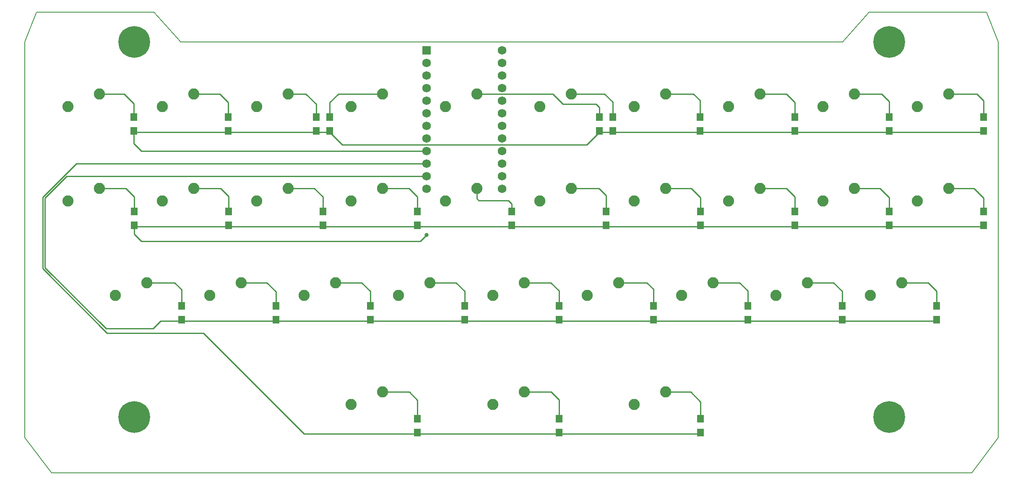
<source format=gbr>
G04 #@! TF.GenerationSoftware,KiCad,Pcbnew,(5.1.9)-1*
G04 #@! TF.CreationDate,2021-09-28T02:04:04-07:00*
G04 #@! TF.ProjectId,keyboard,6b657962-6f61-4726-942e-6b696361645f,rev?*
G04 #@! TF.SameCoordinates,Original*
G04 #@! TF.FileFunction,Copper,L2,Bot*
G04 #@! TF.FilePolarity,Positive*
%FSLAX46Y46*%
G04 Gerber Fmt 4.6, Leading zero omitted, Abs format (unit mm)*
G04 Created by KiCad (PCBNEW (5.1.9)-1) date 2021-09-28 02:04:04*
%MOMM*%
%LPD*%
G01*
G04 APERTURE LIST*
G04 #@! TA.AperFunction,Profile*
%ADD10C,0.200000*%
G04 #@! TD*
G04 #@! TA.AperFunction,SMDPad,CuDef*
%ADD11R,1.397000X1.600000*%
G04 #@! TD*
G04 #@! TA.AperFunction,ComponentPad*
%ADD12C,2.250000*%
G04 #@! TD*
G04 #@! TA.AperFunction,ComponentPad*
%ADD13R,1.752600X1.752600*%
G04 #@! TD*
G04 #@! TA.AperFunction,ComponentPad*
%ADD14C,1.752600*%
G04 #@! TD*
G04 #@! TA.AperFunction,ConnectorPad*
%ADD15C,6.400000*%
G04 #@! TD*
G04 #@! TA.AperFunction,ComponentPad*
%ADD16C,3.600000*%
G04 #@! TD*
G04 #@! TA.AperFunction,ViaPad*
%ADD17C,0.800000*%
G04 #@! TD*
G04 #@! TA.AperFunction,Conductor*
%ADD18C,0.250000*%
G04 #@! TD*
G04 APERTURE END LIST*
D10*
X47481250Y-13000000D02*
X181118750Y-13000000D01*
X186500000Y-7000000D02*
X181118750Y-13000000D01*
X186500000Y-7000000D02*
X210168750Y-7000000D01*
X212550000Y-13000000D02*
X210168750Y-7000000D01*
X42100000Y-7000000D02*
X47481250Y-13000000D01*
X16050000Y-13000000D02*
X18431250Y-7000000D01*
X207168750Y-100000000D02*
X212550000Y-92868750D01*
X16050000Y-92868750D02*
X21431250Y-100000000D01*
X18431250Y-7000000D02*
X42100000Y-7000000D01*
X212550000Y-13000000D02*
X212550000Y-92868750D01*
X207168750Y-100000000D02*
X21431250Y-100000000D01*
X16050000Y-92868750D02*
X16050000Y-13000000D01*
D11*
X132003800Y-28165600D03*
X132003800Y-30965600D03*
X74828400Y-28165600D03*
X74828400Y-30965600D03*
X38025000Y-28175000D03*
X38025000Y-30975000D03*
X57075000Y-28175000D03*
X57075000Y-30975000D03*
X77597000Y-28165600D03*
X77597000Y-30965600D03*
X134721600Y-28165600D03*
X134721600Y-30965600D03*
X152325000Y-28175000D03*
X152325000Y-30975000D03*
X171476600Y-28175000D03*
X171476600Y-30975000D03*
X190526600Y-28175000D03*
X190526600Y-30975000D03*
X209576600Y-28175000D03*
X209576600Y-30975000D03*
X38126600Y-47225000D03*
X38126600Y-50025000D03*
X57176600Y-47225000D03*
X57176600Y-50025000D03*
X76226600Y-47225000D03*
X76226600Y-50025000D03*
X95276600Y-47225000D03*
X95276600Y-50025000D03*
X114326600Y-47225000D03*
X114326600Y-50025000D03*
X133376600Y-47225000D03*
X133376600Y-50025000D03*
X152426600Y-47225000D03*
X152426600Y-50025000D03*
X171476600Y-47225000D03*
X171476600Y-50025000D03*
X190526600Y-47225000D03*
X190526600Y-50025000D03*
X209576600Y-47225000D03*
X209576600Y-50025000D03*
X47651600Y-66275000D03*
X47651600Y-69075000D03*
X66701600Y-66275000D03*
X66701600Y-69075000D03*
X85751600Y-66275000D03*
X85751600Y-69075000D03*
X104801600Y-66275000D03*
X104801600Y-69075000D03*
X123851600Y-66275000D03*
X123851600Y-69075000D03*
X142901600Y-66275000D03*
X142901600Y-69075000D03*
X161951600Y-66275000D03*
X161951600Y-69075000D03*
X181001600Y-66275000D03*
X181001600Y-69075000D03*
X200051600Y-66275000D03*
X200051600Y-69075000D03*
X95302000Y-89058800D03*
X95302000Y-91858800D03*
X123877000Y-89058800D03*
X123877000Y-91858800D03*
X152452000Y-89058800D03*
X152452000Y-91858800D03*
D12*
X88265000Y-83645000D03*
X81915000Y-86185000D03*
X145415000Y-83645000D03*
X139065000Y-86185000D03*
X110490000Y-86185000D03*
X116840000Y-83645000D03*
X31115000Y-23495000D03*
X24765000Y-26035000D03*
X50165000Y-23495000D03*
X43815000Y-26035000D03*
X69215000Y-23495000D03*
X62865000Y-26035000D03*
X88265000Y-23495000D03*
X81915000Y-26035000D03*
X107315000Y-23495000D03*
X100965000Y-26035000D03*
X126365000Y-23495000D03*
X120015000Y-26035000D03*
X145415000Y-23495000D03*
X139065000Y-26035000D03*
X164465000Y-23495000D03*
X158115000Y-26035000D03*
X183515000Y-23495000D03*
X177165000Y-26035000D03*
X202565000Y-23495000D03*
X196215000Y-26035000D03*
X31115000Y-42545000D03*
X24765000Y-45085000D03*
X50165000Y-42545000D03*
X43815000Y-45085000D03*
X69215000Y-42545000D03*
X62865000Y-45085000D03*
X88265000Y-42545000D03*
X81915000Y-45085000D03*
X107315000Y-42545000D03*
X100965000Y-45085000D03*
X126365000Y-42545000D03*
X120015000Y-45085000D03*
X145415000Y-42545000D03*
X139065000Y-45085000D03*
X164465000Y-42545000D03*
X158115000Y-45085000D03*
X183515000Y-42545000D03*
X177165000Y-45085000D03*
X202565000Y-42545000D03*
X196215000Y-45085000D03*
X40640000Y-61595000D03*
X34290000Y-64135000D03*
X59690000Y-61595000D03*
X53340000Y-64135000D03*
X78740000Y-61595000D03*
X72390000Y-64135000D03*
X97790000Y-61595000D03*
X91440000Y-64135000D03*
X116840000Y-61595000D03*
X110490000Y-64135000D03*
X135890000Y-61595000D03*
X129540000Y-64135000D03*
X154940000Y-61595000D03*
X148590000Y-64135000D03*
X173990000Y-61595000D03*
X167640000Y-64135000D03*
X193040000Y-61595000D03*
X186690000Y-64135000D03*
D13*
X97129600Y-14706600D03*
D14*
X97129600Y-17246600D03*
X97129600Y-19786600D03*
X97129600Y-22326600D03*
X97129600Y-24866600D03*
X97129600Y-27406600D03*
X97129600Y-29946600D03*
X97129600Y-32486600D03*
X97129600Y-35026600D03*
X97129600Y-37566600D03*
X97129600Y-40106600D03*
X112369600Y-42646600D03*
X112369600Y-40106600D03*
X112369600Y-37566600D03*
X112369600Y-35026600D03*
X112369600Y-32486600D03*
X112369600Y-29946600D03*
X112369600Y-27406600D03*
X112369600Y-24866600D03*
X112369600Y-22326600D03*
X112369600Y-19786600D03*
X112369600Y-17246600D03*
X97129600Y-42646600D03*
X112369600Y-14706600D03*
D15*
X190500000Y-88725000D03*
D16*
X190500000Y-88725000D03*
D15*
X38100000Y-88725000D03*
D16*
X38100000Y-88725000D03*
D15*
X190500000Y-13000000D03*
D16*
X190500000Y-13000000D03*
D15*
X38100000Y-13000000D03*
D16*
X38100000Y-13000000D03*
D17*
X97129600Y-51968400D03*
D18*
X209576600Y-31225000D02*
X190526600Y-31225000D01*
X190526600Y-31225000D02*
X171476600Y-31225000D01*
X171476600Y-31225000D02*
X152325000Y-31225000D01*
X134731000Y-31225000D02*
X134721600Y-31215600D01*
X152325000Y-31225000D02*
X134731000Y-31225000D01*
X134721600Y-31215600D02*
X132003800Y-31215600D01*
X77597000Y-31215600D02*
X74828400Y-31215600D01*
X57084400Y-31215600D02*
X57075000Y-31225000D01*
X74828400Y-31215600D02*
X57084400Y-31215600D01*
X57075000Y-31225000D02*
X38025000Y-31225000D01*
X80112600Y-33731200D02*
X77597000Y-31215600D01*
X129488200Y-33731200D02*
X80112600Y-33731200D01*
X132003800Y-31215600D02*
X129488200Y-33731200D01*
X38025000Y-31225000D02*
X38025000Y-33503800D01*
X39547800Y-35026600D02*
X97129600Y-35026600D01*
X38025000Y-33503800D02*
X39547800Y-35026600D01*
X209576600Y-50275000D02*
X190526600Y-50275000D01*
X190526600Y-50275000D02*
X171476600Y-50275000D01*
X171476600Y-50275000D02*
X152426600Y-50275000D01*
X152426600Y-50275000D02*
X133376600Y-50275000D01*
X133376600Y-50275000D02*
X114326600Y-50275000D01*
X114326600Y-50275000D02*
X95276600Y-50275000D01*
X95276600Y-50275000D02*
X76226600Y-50275000D01*
X76226600Y-50275000D02*
X57176600Y-50275000D01*
X57176600Y-50275000D02*
X38126600Y-50275000D01*
X38126600Y-50275000D02*
X38126600Y-51791800D01*
X38126600Y-51791800D02*
X39573200Y-53238400D01*
X39573200Y-53238400D02*
X95859600Y-53238400D01*
X95859600Y-53238400D02*
X97129600Y-51968400D01*
X97129600Y-51968400D02*
X97129600Y-51968400D01*
X200051600Y-69325000D02*
X181001600Y-69325000D01*
X181001600Y-69325000D02*
X161951600Y-69325000D01*
X161951600Y-69325000D02*
X142901600Y-69325000D01*
X142901600Y-69325000D02*
X123851600Y-69325000D01*
X123851600Y-69325000D02*
X104801600Y-69325000D01*
X104801600Y-69325000D02*
X85751600Y-69325000D01*
X85751600Y-69325000D02*
X66701600Y-69325000D01*
X66701600Y-69325000D02*
X47651600Y-69325000D01*
X47651600Y-69325000D02*
X43476400Y-69325000D01*
X43476400Y-69325000D02*
X41935400Y-70866000D01*
X41935400Y-70866000D02*
X32410400Y-70866000D01*
X32410400Y-70866000D02*
X20116800Y-58572400D01*
X20116800Y-58572400D02*
X20116800Y-44500800D01*
X24511000Y-40106600D02*
X97129600Y-40106600D01*
X20116800Y-44500800D02*
X24511000Y-40106600D01*
X152452000Y-92108800D02*
X123877000Y-92108800D01*
X123877000Y-92108800D02*
X95302000Y-92108800D01*
X95302000Y-92108800D02*
X72423800Y-92108800D01*
X72423800Y-92108800D02*
X52070000Y-71755000D01*
X26414590Y-37566600D02*
X97129600Y-37566600D01*
X19666791Y-44314399D02*
X26414590Y-37566600D01*
X19666790Y-58758800D02*
X19666791Y-44314399D01*
X32662990Y-71755000D02*
X19666790Y-58758800D01*
X52070000Y-71755000D02*
X32662990Y-71755000D01*
X38025000Y-27925000D02*
X38025000Y-25452000D01*
X36068000Y-23495000D02*
X31115000Y-23495000D01*
X38025000Y-25452000D02*
X36068000Y-23495000D01*
X57075000Y-27925000D02*
X57075000Y-25172600D01*
X55397400Y-23495000D02*
X50165000Y-23495000D01*
X57075000Y-25172600D02*
X55397400Y-23495000D01*
X74828400Y-27915600D02*
X74828400Y-25577800D01*
X72745600Y-23495000D02*
X69215000Y-23495000D01*
X74828400Y-25577800D02*
X72745600Y-23495000D01*
X77597000Y-27915600D02*
X77597000Y-25222200D01*
X79324200Y-23495000D02*
X88265000Y-23495000D01*
X77597000Y-25222200D02*
X79324200Y-23495000D01*
X107347901Y-23527901D02*
X122587901Y-23527901D01*
X107315000Y-23495000D02*
X107347901Y-23527901D01*
X122587901Y-23527901D02*
X124637800Y-25577800D01*
X124637800Y-25577800D02*
X131368800Y-25577800D01*
X132003800Y-26212800D02*
X132003800Y-27915600D01*
X131368800Y-25577800D02*
X132003800Y-26212800D01*
X134721600Y-27915600D02*
X134721600Y-25146000D01*
X133070600Y-23495000D02*
X126365000Y-23495000D01*
X134721600Y-25146000D02*
X133070600Y-23495000D01*
X152325000Y-27925000D02*
X152325000Y-24817000D01*
X151003000Y-23495000D02*
X145415000Y-23495000D01*
X152325000Y-24817000D02*
X151003000Y-23495000D01*
X171476600Y-27925000D02*
X171476600Y-25172600D01*
X169799000Y-23495000D02*
X164465000Y-23495000D01*
X171476600Y-25172600D02*
X169799000Y-23495000D01*
X190526600Y-27925000D02*
X190526600Y-25045600D01*
X188976000Y-23495000D02*
X183515000Y-23495000D01*
X190526600Y-25045600D02*
X188976000Y-23495000D01*
X209576600Y-27925000D02*
X209576600Y-24893200D01*
X208178400Y-23495000D02*
X202565000Y-23495000D01*
X209576600Y-24893200D02*
X208178400Y-23495000D01*
X38126600Y-46975000D02*
X38126600Y-44273400D01*
X36398200Y-42545000D02*
X31115000Y-42545000D01*
X38126600Y-44273400D02*
X36398200Y-42545000D01*
X57176600Y-46975000D02*
X57176600Y-44171800D01*
X55549800Y-42545000D02*
X50165000Y-42545000D01*
X57176600Y-44171800D02*
X55549800Y-42545000D01*
X76226600Y-46975000D02*
X76226600Y-44298800D01*
X74472800Y-42545000D02*
X69215000Y-42545000D01*
X76226600Y-44298800D02*
X74472800Y-42545000D01*
X95276600Y-46975000D02*
X95276600Y-44222600D01*
X93599000Y-42545000D02*
X88265000Y-42545000D01*
X95276600Y-44222600D02*
X93599000Y-42545000D01*
X114326600Y-46975000D02*
X114326600Y-45695800D01*
X114326600Y-45695800D02*
X113665000Y-45034200D01*
X113665000Y-45034200D02*
X107696000Y-45034200D01*
X107315000Y-44653200D02*
X107315000Y-42545000D01*
X107696000Y-45034200D02*
X107315000Y-44653200D01*
X133376600Y-46975000D02*
X133376600Y-44019400D01*
X131902200Y-42545000D02*
X126365000Y-42545000D01*
X133376600Y-44019400D02*
X131902200Y-42545000D01*
X152426600Y-46975000D02*
X152426600Y-44425800D01*
X150545800Y-42545000D02*
X145415000Y-42545000D01*
X152426600Y-44425800D02*
X150545800Y-42545000D01*
X171476600Y-46975000D02*
X171476600Y-44222600D01*
X169799000Y-42545000D02*
X164465000Y-42545000D01*
X171476600Y-44222600D02*
X169799000Y-42545000D01*
X190526600Y-46975000D02*
X190526600Y-44400400D01*
X188671200Y-42545000D02*
X183515000Y-42545000D01*
X190526600Y-44400400D02*
X188671200Y-42545000D01*
X209576600Y-46975000D02*
X209576600Y-44502000D01*
X207619600Y-42545000D02*
X202565000Y-42545000D01*
X209576600Y-44502000D02*
X207619600Y-42545000D01*
X47651600Y-66025000D02*
X47651600Y-62967800D01*
X46278800Y-61595000D02*
X40640000Y-61595000D01*
X47651600Y-62967800D02*
X46278800Y-61595000D01*
X66701600Y-66025000D02*
X66701600Y-63399600D01*
X64897000Y-61595000D02*
X59690000Y-61595000D01*
X66701600Y-63399600D02*
X64897000Y-61595000D01*
X85751600Y-66025000D02*
X85751600Y-63298000D01*
X84048600Y-61595000D02*
X78740000Y-61595000D01*
X85751600Y-63298000D02*
X84048600Y-61595000D01*
X104801600Y-66025000D02*
X104801600Y-63298000D01*
X103098600Y-61595000D02*
X97790000Y-61595000D01*
X104801600Y-63298000D02*
X103098600Y-61595000D01*
X123851600Y-66025000D02*
X123851600Y-63221800D01*
X122224800Y-61595000D02*
X116840000Y-61595000D01*
X123851600Y-63221800D02*
X122224800Y-61595000D01*
X142901600Y-66025000D02*
X142901600Y-62891600D01*
X141605000Y-61595000D02*
X135890000Y-61595000D01*
X142901600Y-62891600D02*
X141605000Y-61595000D01*
X161951600Y-66025000D02*
X161951600Y-63221800D01*
X160324800Y-61595000D02*
X154940000Y-61595000D01*
X161951600Y-63221800D02*
X160324800Y-61595000D01*
X181001600Y-66025000D02*
X181001600Y-63298000D01*
X179298600Y-61595000D02*
X173990000Y-61595000D01*
X181001600Y-63298000D02*
X179298600Y-61595000D01*
X200051600Y-66025000D02*
X200051600Y-63272600D01*
X198374000Y-61595000D02*
X193040000Y-61595000D01*
X200051600Y-63272600D02*
X198374000Y-61595000D01*
X95302000Y-88808800D02*
X95302000Y-85319800D01*
X93627200Y-83645000D02*
X88265000Y-83645000D01*
X95302000Y-85319800D02*
X93627200Y-83645000D01*
X123877000Y-88808800D02*
X123877000Y-85218200D01*
X122303800Y-83645000D02*
X116840000Y-83645000D01*
X123877000Y-85218200D02*
X122303800Y-83645000D01*
X152452000Y-88808800D02*
X152452000Y-85624600D01*
X150472400Y-83645000D02*
X145415000Y-83645000D01*
X152452000Y-85624600D02*
X150472400Y-83645000D01*
M02*

</source>
